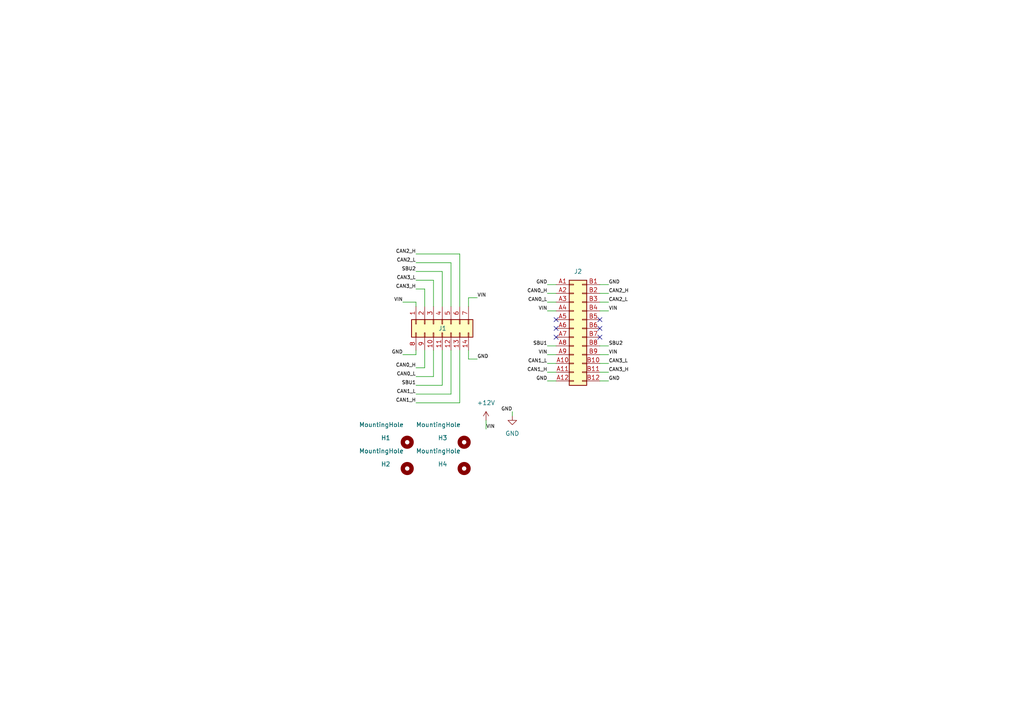
<source format=kicad_sch>
(kicad_sch (version 20230121) (generator eeschema)
  (paper "A4")
  (lib_symbols
    (symbol "Connector_Generic:Conn_02x07_Row_Letter_Last" (pin_names (offset 1.016) hide)
      (property "Reference" "J1" (at 1.27 10.16 90))
      (symbol "Conn_02x07_Row_Letter_Last_1_1"
        (rectangle (start -1.27 -7.493) (end 0 -7.747) (stroke (width 0.1524)))
        (rectangle (start -1.27 -4.953) (end 0 -5.207) (stroke (width 0.1524)))
        (rectangle (start -1.27 -2.413) (end 0 -2.667) (stroke (width 0.1524)))
        (rectangle (start -1.27 0.127) (end 0 -0.127) (stroke (width 0.1524)))
        (rectangle (start -1.27 2.667) (end 0 2.413) (stroke (width 0.1524)))
        (rectangle (start -1.27 5.207) (end 0 4.953) (stroke (width 0.1524)))
        (rectangle (start -1.27 7.747) (end 0 7.493) (stroke (width 0.1524)))
        (rectangle (start -1.27 8.89) (end 3.81 -8.89) (stroke (width 0.254)) (fill (type background)))
        (rectangle (start 3.81 -7.493) (end 2.54 -7.747) (stroke (width 0.1524)))
        (rectangle (start 3.81 -4.953) (end 2.54 -5.207) (stroke (width 0.1524)))
        (rectangle (start 3.81 -2.413) (end 2.54 -2.667) (stroke (width 0.1524)))
        (rectangle (start 3.81 0.127) (end 2.54 -0.127) (stroke (width 0.1524)))
        (rectangle (start 3.81 2.667) (end 2.54 2.413) (stroke (width 0.1524)))
        (rectangle (start 3.81 5.207) (end 2.54 4.953) (stroke (width 0.1524)))
        (rectangle (start 3.81 7.747) (end 2.54 7.493) (stroke (width 0.1524)))
        (pin passive line (at -5.08 7.62 0) (length 3.81) (name "Pin_1a") (number "1"))
        (pin passive line (at 7.62 2.54 180) (length 3.81) (name "Pin_3b") (number "10"))
        (pin passive line (at 7.62 0 180) (length 3.81) (name "Pin_4b") (number "11"))
        (pin passive line (at 7.62 -2.54 180) (length 3.81) (name "Pin_5b") (number "12"))
        (pin passive line (at 7.62 -5.08 180) (length 3.81) (name "Pin_6b") (number "13"))
        (pin passive line (at 7.62 -7.62 180) (length 3.81) (name "Pin_7b") (number "14"))
        (pin passive line (at -5.08 5.08 0) (length 3.81) (name "Pin_2a") (number "2"))
        (pin passive line (at -5.08 2.54 0) (length 3.81) (name "Pin_3a") (number "3"))
        (pin passive line (at -5.08 0 0) (length 3.81) (name "Pin_4a") (number "4"))
        (pin passive line (at -5.08 -2.54 0) (length 3.81) (name "Pin_5a") (number "5"))
        (pin passive line (at -5.08 -5.08 0) (length 3.81) (name "Pin_6a") (number "6"))
        (pin passive line (at -5.08 -7.62 0) (length 3.81) (name "Pin_7a") (number "7"))
        (pin passive line (at 7.62 7.62 180) (length 3.81) (name "Pin_1b") (number "8"))
        (pin passive line (at 7.62 5.08 180) (length 3.81) (name "Pin_2b") (number "9"))
      )
    )
    (symbol "Connector_Generic:Conn_02x12_Row_Letter_Last" (pin_names (offset 1.016) hide)
      (property "Reference" "J2" (at 1.27 16.51 0))
      (symbol "Conn_02x12_Row_Letter_Last_1_1"
        (rectangle (start -1.27 -15.113) (end 0 -15.367) (stroke (width 0.1524)))
        (rectangle (start -1.27 -12.573) (end 0 -12.827) (stroke (width 0.1524)))
        (rectangle (start -1.27 -10.033) (end 0 -10.287) (stroke (width 0.1524)))
        (rectangle (start -1.27 -7.493) (end 0 -7.747) (stroke (width 0.1524)))
        (rectangle (start -1.27 -4.953) (end 0 -5.207) (stroke (width 0.1524)))
        (rectangle (start -1.27 -2.413) (end 0 -2.667) (stroke (width 0.1524)))
        (rectangle (start -1.27 0.127) (end 0 -0.127) (stroke (width 0.1524)))
        (rectangle (start -1.27 2.667) (end 0 2.413) (stroke (width 0.1524)))
        (rectangle (start -1.27 5.207) (end 0 4.953) (stroke (width 0.1524)))
        (rectangle (start -1.27 7.747) (end 0 7.493) (stroke (width 0.1524)))
        (rectangle (start -1.27 10.287) (end 0 10.033) (stroke (width 0.1524)))
        (rectangle (start -1.27 12.827) (end 0 12.573) (stroke (width 0.1524)))
        (rectangle (start -1.27 13.97) (end 3.81 -16.51) (stroke (width 0.254)) (fill (type background)))
        (rectangle (start 3.81 -15.113) (end 2.54 -15.367) (stroke (width 0.1524)))
        (rectangle (start 3.81 -12.573) (end 2.54 -12.827) (stroke (width 0.1524)))
        (rectangle (start 3.81 -10.033) (end 2.54 -10.287) (stroke (width 0.1524)))
        (rectangle (start 3.81 -7.493) (end 2.54 -7.747) (stroke (width 0.1524)))
        (rectangle (start 3.81 -4.953) (end 2.54 -5.207) (stroke (width 0.1524)))
        (rectangle (start 3.81 -2.413) (end 2.54 -2.667) (stroke (width 0.1524)))
        (rectangle (start 3.81 0.127) (end 2.54 -0.127) (stroke (width 0.1524)))
        (rectangle (start 3.81 2.667) (end 2.54 2.413) (stroke (width 0.1524)))
        (rectangle (start 3.81 5.207) (end 2.54 4.953) (stroke (width 0.1524)))
        (rectangle (start 3.81 7.747) (end 2.54 7.493) (stroke (width 0.1524)))
        (rectangle (start 3.81 10.287) (end 2.54 10.033) (stroke (width 0.1524)))
        (rectangle (start 3.81 12.827) (end 2.54 12.573) (stroke (width 0.1524)))
        (pin passive line (at -5.08 12.7 0) (length 3.81) (name "Pin_1a") (number "A1"))
        (pin passive line (at -5.08 -10.16 0) (length 3.81) (name "Pin_10a") (number "A10"))
        (pin passive line (at -5.08 -12.7 0) (length 3.81) (name "Pin_11a") (number "A11"))
        (pin passive line (at -5.08 -15.24 0) (length 3.81) (name "Pin_12a") (number "A12"))
        (pin passive line (at -5.08 10.16 0) (length 3.81) (name "Pin_2a") (number "A2"))
        (pin passive line (at -5.08 7.62 0) (length 3.81) (name "Pin_3a") (number "A3"))
        (pin passive line (at -5.08 5.08 0) (length 3.81) (name "Pin_4a") (number "A4"))
        (pin passive line (at -5.08 2.54 0) (length 3.81) (name "Pin_5a") (number "A5"))
        (pin passive line (at -5.08 0 0) (length 3.81) (name "Pin_6a") (number "A6"))
        (pin passive line (at -5.08 -2.54 0) (length 3.81) (name "Pin_7a") (number "A7"))
        (pin passive line (at -5.08 -5.08 0) (length 3.81) (name "Pin_8a") (number "A8"))
        (pin passive line (at -5.08 -7.62 0) (length 3.81) (name "A9") (number "A9"))
        (pin passive line (at 7.62 12.7 180) (length 3.81) (name "B1") (number "B1"))
        (pin passive line (at 7.62 -10.16 180) (length 3.81) (name "Pin_10b") (number "B10"))
        (pin passive line (at 7.62 -12.7 180) (length 3.81) (name "Pin_11b") (number "B11"))
        (pin passive line (at 7.62 -15.24 180) (length 3.81) (name "Pin_12b") (number "B12"))
        (pin passive line (at 7.62 10.16 180) (length 3.81) (name "Pin_2b") (number "B2"))
        (pin passive line (at 7.62 7.62 180) (length 3.81) (name "Pin_3b") (number "B3"))
        (pin passive line (at 7.62 5.08 180) (length 3.81) (name "Pin_4b") (number "B4"))
        (pin passive line (at 7.62 2.54 180) (length 3.81) (name "Pin_5b") (number "B5"))
        (pin passive line (at 7.62 0 180) (length 3.81) (name "Pin_6b") (number "B6"))
        (pin passive line (at 7.62 -2.54 180) (length 3.81) (name "Pin_7b") (number "B7"))
        (pin passive line (at 7.62 -5.08 180) (length 3.81) (name "Pin_8b") (number "B8"))
        (pin passive line (at 7.62 -7.62 180) (length 3.81) (name "Pin_9b") (number "B9"))
      )
    )
    (symbol "Mechanical:MountingHole" (pin_names (offset 1.016))
      (property "Reference" "H" (at 0 5.08 0))
      (property "Value" "MountingHole" (at 0 3.175 0))
      (symbol "MountingHole_0_1"
        (circle (center 0 0) (radius 1.27) (stroke (width 1.27)))
      )
    )
    (symbol "power:+12V" (power) (pin_names (offset 0))
      (property "Value" "+12V" (at 0 3.556 0))
      (symbol "+12V_0_1"
        (polyline (pts (xy -0.762 1.27) (xy 0 2.54)))
        (polyline (pts (xy 0 0) (xy 0 2.54)))
        (polyline (pts (xy 0 2.54) (xy 0.762 1.27)))
      )
      (symbol "+12V_1_1"
        (pin power_in line (at 0 0 90) (length 0) hide (name "+12V") (number "1"))
      )
    )
    (symbol "power:GND" (power) (pin_names (offset 0))
      (property "Value" "GND" (at 0 -3.81 0))
      (symbol "GND_0_1"
        (polyline (pts (xy 0 0) (xy 0 -1.27) (xy 1.27 -1.27) (xy 0 -2.54) (xy -1.27 -1.27) (xy 0 -1.27)))
      )
      (symbol "GND_1_1"
        (pin power_in line (at 0 0 270) (length 0) hide (name "GND") (number "1"))
      )
    )
  )
  (no_connect (at 173.99 92.71))
  (no_connect (at 173.99 97.79))
  (no_connect (at 161.29 97.79))
  (no_connect (at 173.99 95.25))
  (no_connect (at 161.29 92.71))
  (no_connect (at 161.29 95.25))
  (wire (pts (xy 158.75 87.63) (xy 161.29 87.63)))
  (wire (pts (xy 128.27 101.6) (xy 128.27 111.76)))
  (wire (pts (xy 173.99 110.49) (xy 176.53 110.49)))
  (wire (pts (xy 135.89 101.6) (xy 135.89 104.14)))
  (wire (pts (xy 123.19 106.68) (xy 120.65 106.68)))
  (wire (pts (xy 158.75 102.87) (xy 161.29 102.87)))
  (wire (pts (xy 125.73 101.6) (xy 125.73 109.22)))
  (wire (pts (xy 173.99 85.09) (xy 176.53 85.09)))
  (wire (pts (xy 120.65 102.87) (xy 120.65 101.6)))
  (wire (pts (xy 158.75 85.09) (xy 161.29 85.09)))
  (wire (pts (xy 130.81 76.2) (xy 120.65 76.2)))
  (wire (pts (xy 120.65 87.63) (xy 120.65 88.9)))
  (wire (pts (xy 158.75 82.55) (xy 161.29 82.55)))
  (wire (pts (xy 173.99 90.17) (xy 176.53 90.17)))
  (wire (pts (xy 125.73 109.22) (xy 120.65 109.22)))
  (wire (pts (xy 128.27 78.74) (xy 120.65 78.74)))
  (wire (pts (xy 135.89 88.9) (xy 135.89 86.36)))
  (wire (pts (xy 120.65 81.28) (xy 125.73 81.28)))
  (wire (pts (xy 123.19 88.9) (xy 123.19 83.82)))
  (wire (pts (xy 123.19 101.6) (xy 123.19 106.68)))
  (wire (pts (xy 128.27 88.9) (xy 128.27 78.74)))
  (wire (pts (xy 158.75 105.41) (xy 161.29 105.41)))
  (wire (pts (xy 158.75 107.95) (xy 161.29 107.95)))
  (wire (pts (xy 133.35 101.6) (xy 133.35 116.84)))
  (wire (pts (xy 135.89 86.36) (xy 138.43 86.36)))
  (wire (pts (xy 158.75 110.49) (xy 161.29 110.49)))
  (wire (pts (xy 120.65 83.82) (xy 123.19 83.82)))
  (wire (pts (xy 135.89 104.14) (xy 138.43 104.14)))
  (wire (pts (xy 116.84 102.87) (xy 120.65 102.87)))
  (wire (pts (xy 140.97 124.46) (xy 140.97 121.92)))
  (wire (pts (xy 125.73 88.9) (xy 125.73 81.28)))
  (wire (pts (xy 133.35 73.66) (xy 120.65 73.66)))
  (wire (pts (xy 158.75 90.17) (xy 161.29 90.17)))
  (wire (pts (xy 133.35 88.9) (xy 133.35 73.66)))
  (wire (pts (xy 173.99 107.95) (xy 176.53 107.95)))
  (wire (pts (xy 130.81 101.6) (xy 130.81 114.3)))
  (wire (pts (xy 130.81 88.9) (xy 130.81 76.2)))
  (wire (pts (xy 133.35 116.84) (xy 120.65 116.84)))
  (wire (pts (xy 173.99 82.55) (xy 176.53 82.55)))
  (wire (pts (xy 158.75 100.33) (xy 161.29 100.33)))
  (wire (pts (xy 173.99 87.63) (xy 176.53 87.63)))
  (wire (pts (xy 173.99 105.41) (xy 176.53 105.41)))
  (wire (pts (xy 116.84 87.63) (xy 120.65 87.63)))
  (wire (pts (xy 148.59 119.38) (xy 148.59 120.65)))
  (wire (pts (xy 173.99 102.87) (xy 176.53 102.87)))
  (wire (pts (xy 173.99 100.33) (xy 176.53 100.33)))
  (wire (pts (xy 130.81 114.3) (xy 120.65 114.3)))
  (wire (pts (xy 120.65 111.76) (xy 128.27 111.76)))
  (label "CAN0_L" (at 120.65 109.22 180) (effects (font (size 1 1))))
  (label "CAN2_H" (at 120.65 73.66 180) (effects (font (size 1 1))))
  (label "GND" (at 158.75 110.49 180) (effects (font (size 1 1))))
  (label "CAN1_H" (at 120.65 116.84 180) (effects (font (size 1 1))))
  (label "CAN0_H" (at 158.75 85.09 180) (effects (font (size 1 1))))
  (label "SBU2" (at 120.65 78.74 180) (effects (font (size 1 1))))
  (label "GND" (at 116.84 102.87 180) (effects (font (size 1 1))))
  (label "VIN" (at 176.53 102.87 0) (effects (font (size 1 1))))
  (label "GND" (at 158.75 82.55 180) (effects (font (size 1 1))))
  (label "CAN3_H" (at 120.65 83.82 180) (effects (font (size 1 1))))
  (label "CAN0_L" (at 158.75 87.63 180) (effects (font (size 1 1))))
  (label "GND" (at 176.53 110.49 0) (effects (font (size 1 1))))
  (label "GND" (at 148.59 119.38 180) (effects (font (size 1 1))))
  (label "SBU2" (at 176.53 100.33 0) (effects (font (size 1 1))))
  (label "CAN0_H" (at 120.65 106.68 180) (effects (font (size 1 1))))
  (label "CAN3_H" (at 176.53 107.95 0) (effects (font (size 1 1))))
  (label "CAN2_L" (at 176.53 87.63 0) (effects (font (size 1 1))))
  (label "CAN1_L" (at 158.75 105.41 180) (effects (font (size 1 1))))
  (label "VIN" (at 158.75 90.17 180) (effects (font (size 1 1))))
  (label "GND" (at 176.53 82.55 0) (effects (font (size 1 1))))
  (label "SBU1" (at 120.65 111.76 180) (effects (font (size 1 1))))
  (label "VIN" (at 158.75 102.87 180) (effects (font (size 1 1))))
  (label "VIN" (at 116.84 87.63 180) (effects (font (size 1 1))))
  (label "CAN1_H" (at 158.75 107.95 180) (effects (font (size 1 1))))
  (label "GND" (at 138.43 104.14 0) (effects (font (size 1 1))))
  (label "CAN3_L" (at 120.65 81.28 180) (effects (font (size 1 1))))
  (label "CAN1_L" (at 120.65 114.3 180) (effects (font (size 1 1))))
  (label "SBU1" (at 158.75 100.33 180) (effects (font (size 1 1))))
  (label "CAN2_L" (at 120.65 76.2 180) (effects (font (size 1 1))))
  (label "CAN3_L" (at 176.53 105.41 0) (effects (font (size 1 1))))
  (label "CAN2_H" (at 176.53 85.09 0) (effects (font (size 1 1))))
  (label "VIN" (at 138.43 86.36 0) (effects (font (size 1 1))))
  (label "VIN" (at 176.53 90.17 0) (effects (font (size 1 1))))
  (label "VIN" (at 140.97 124.46 0) (effects (font (size 1 1))))
  (symbol (lib_id "Connector_Generic:Conn_02x07_Row_Letter_Last") (at 128.27 93.98 90) (mirror x) (unit 1)
    (property "Reference" "J1" (at 129.54 95.25 90) (effects (justify left)))
    (property "Value" "Conn_02x07_Row_Letter_Last" (effects hide))
    (property "Footprint" "CommaPogo_Library:2x7_Pogo_Female" (effects hide))
  )
  (symbol (lib_id "Mechanical:MountingHole") (at 134.62 135.89 0) (unit 1)
    (property "Reference" "H4" (at 127 134.62 0) (effects (justify left)))
    (property "Value" "MountingHole" (at 120.65 130.81 0) (effects (justify left)))
    (property "Footprint" "MountingHole:MountingHole_3mm" (effects hide))
  )
  (symbol (lib_id "power:+12V") (at 140.97 121.92 0) (unit 1)
    (property "Reference" "#PWR01" (effects hide))
    (property "Value" "+12V" (at 140.97 116.84 0))
  )
  (symbol (lib_id "power:GND") (at 148.59 120.65 0) (unit 1)
    (property "Reference" "#PWR02" (effects hide))
    (property "Value" "GND" (at 148.59 125.73 0))
  )
  (symbol (lib_id "Mechanical:MountingHole") (at 118.11 135.89 0) (unit 1)
    (property "Reference" "H2" (at 110.49 134.62 0) (effects (justify left)))
    (property "Value" "MountingHole" (at 104.14 130.81 0) (effects (justify left)))
    (property "Footprint" "MountingHole:MountingHole_3mm" (effects hide))
  )
  (symbol (lib_id "Mechanical:MountingHole") (at 134.62 128.27 0) (unit 1)
    (property "Reference" "H3" (at 127 127 0) (effects (justify left)))
    (property "Value" "MountingHole" (at 120.65 123.19 0) (effects (justify left)))
    (property "Footprint" "MountingHole:MountingHole_3mm" (effects hide))
  )
  (symbol (lib_id "Mechanical:MountingHole") (at 118.11 128.27 0) (unit 1)
    (property "Reference" "H1" (at 110.49 127 0) (effects (justify left)))
    (property "Value" "MountingHole" (at 104.14 123.19 0) (effects (justify left)))
    (property "Footprint" "MountingHole:MountingHole_3mm" (effects hide))
  )
  (symbol (lib_id "Connector_Generic:Conn_02x12_Row_Letter_Last") (at 166.37 95.25 0) (unit 1)
    (property "Reference" "J2" (at 167.64 78.74 0))
    (property "Value" "Conn_02x12_Row_Letter_Last" (effects hide))
    (property "Footprint" "CommaPogo_Library:USB-C-SMD_HC005-1A1H1A103-0HR" (effects hide))
    (property "LCSC" "C2894904" (effects hide))
  )
)
</source>
